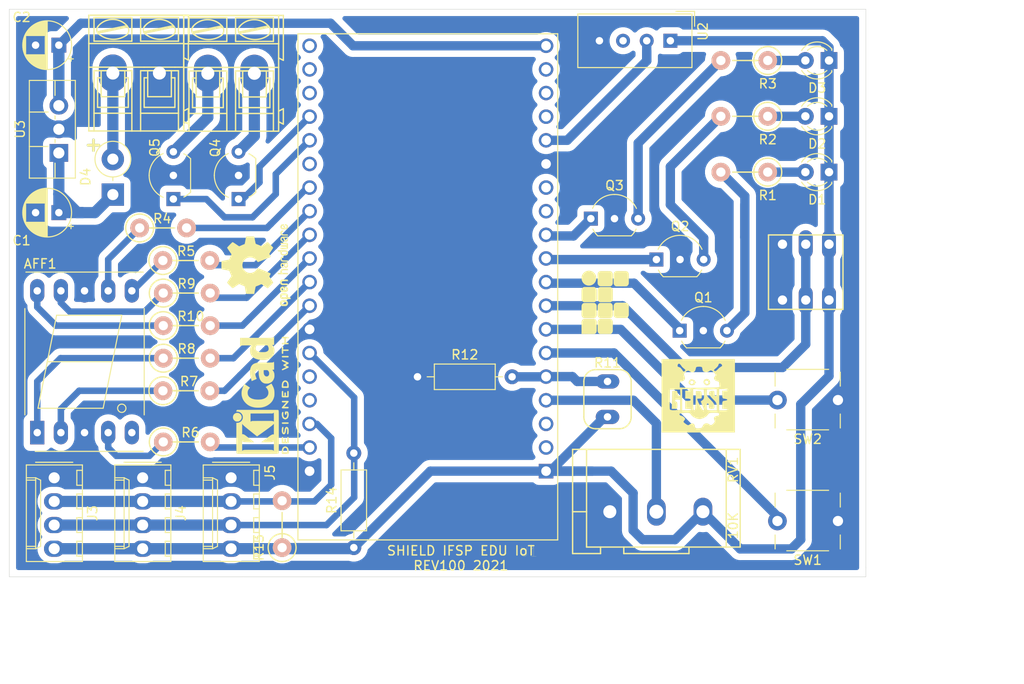
<source format=kicad_pcb>
(kicad_pcb (version 20171130) (host pcbnew 5.1.5+dfsg1-2build2)
  (layers (0 F.Cu signal) (31 B.Cu signal) (34 B.Paste user) (35 F.Paste user) (36 B.SilkS user) (37 F.SilkS user) (38 B.Mask user) (39 F.Mask user) (44 Edge.Cuts user))
  (net 0 "")
  (net 1 "Net-(D1-Pad2)")
  (net 2 +3V3)
  (net 3 "Net-(D2-Pad2)")
  (net 4 "Net-(D3-Pad2)")
  (net 5 Earth)
  (net 6 /GPIO25)
  (net 7 "Net-(Q1-Pad3)")
  (net 8 /GPIO26)
  (net 9 "Net-(Q2-Pad3)")
  (net 10 /GPIO27)
  (net 11 "Net-(Q3-Pad3)")
  (net 12 /ADC1_CH5)
  (net 13 /ADC1_CH6)
  (net 14 /ADC1_CH7)
  (net 15 /ADC1_CH4)
  (net 16 "Net-(U1-Pad38)")
  (net 17 "Net-(U1-Pad37)")
  (net 18 "Net-(U1-Pad36)")
  (net 19 "Net-(U1-Pad24)")
  (net 20 "Net-(U1-Pad23)")
  (net 21 "Net-(U1-Pad18)")
  (net 22 "Net-(U1-Pad17)")
  (net 23 "Net-(U1-Pad16)")
  (net 24 /DHT11)
  (net 25 "Net-(U1-Pad3)")
  (net 26 +5V)
  (net 27 "Net-(U1-Pad2)")
  (net 28 "Net-(U2-Pad3)")
  (net 29 "Net-(U1-Pad13)")
  (net 30 "Net-(U1-Pad12)")
  (net 31 "Net-(C1-Pad1)")
  (net 32 "Net-(D4-Pad2)")
  (net 33 /OUT1)
  (net 34 /OUT2)
  (net 35 "Net-(AFF1-Pad1)")
  (net 36 "Net-(AFF1-Pad2)")
  (net 37 "Net-(AFF1-Pad4)")
  (net 38 "Net-(AFF1-Pad5)")
  (net 39 "Net-(AFF1-Pad6)")
  (net 40 "Net-(AFF1-Pad7)")
  (net 41 "Net-(AFF1-Pad9)")
  (net 42 "Net-(AFF1-Pad10)")
  (net 43 /GPIO23)
  (net 44 /GPIO19)
  (net 45 /GPIO4)
  (net 46 /GPIO16)
  (net 47 /GPIO17)
  (net 48 /GPIO5)
  (net 49 /GPIO18)
  (net 50 /SDA)
  (net 51 /SCL)
  (net 52 "Net-(U1-Pad33)")
  (net 53 /GPIO15)
  (net 54 /GPIO2)
  (net 55 /ADC1_CH3)
  (module MyFootprint:SW_PUSH_x2 (layer F.Cu) (at 178.585 70.72 180)
    (fp_text reference SW3 hide)
    (fp_text value SP6T hide)
    (pad 1 thru_hole oval (at 0 0 180) (size 1.5 3) (drill 1) (layers *.Cu *.Mask) (net 2 +3V3))
    (pad 2 thru_hole oval (at 2.5 0 180) (size 1.5 3) (drill 1) (layers *.Cu *.Mask) (net 12 /ADC1_CH5))
    (pad 3 thru_hole oval (at 5 0 180) (size 1.5 3) (drill 1) (layers *.Cu *.Mask) (net 5 Earth))
    (pad 4 thru_hole oval (at 5 -6 180) (size 1.5 3) (drill 1) (layers *.Cu *.Mask) (net 5 Earth))
    (pad 5 thru_hole oval (at 2.5 -6 180) (size 1.5 3) (drill 1) (layers *.Cu *.Mask) (net 12 /ADC1_CH5))
    (pad 6 thru_hole oval (at 0 -6 180) (size 1.5 3) (drill 1) (layers *.Cu *.Mask) (net 2 +3V3))
  )
  (module MyFootprint:Resistor_Vertical_RM3mm (layer F.Cu) (at 119.845 103.37 90)
    (fp_text reference R13 (at 0.04 -2.5 90) (layer F.SilkS))
    (fp_text value R)
    (pad 2 thru_hole circle (at 5.08 0 90) (size 1.99898 1.99898) (drill 1.00076) (layers *.Cu *.SilkS *.Mask) (net 51 /SCL))
    (pad 1 thru_hole circle (at 0.04064 0 90) (size 1.99898 1.99898) (drill 1.00076) (layers *.Cu *.SilkS *.Mask) (net 2 +3V3))
  )
  (module Resistor_THT:R_Axial_DIN0207_L6.3mm_D2.5mm_P10.16mm_Horizontal (layer F.Cu) (at 127.545 103.33 90)
    (fp_text reference R14 (at 5.08 -2.37 90) (layer F.SilkS))
    (fp_text value R)
    (pad 2 thru_hole oval (at 10.16 0 90) (size 1.6 1.6) (drill 0.8) (layers *.Cu *.Mask) (net 50 /SDA))
    (pad 1 thru_hole circle (at 0 0 90) (size 1.6 1.6) (drill 0.8) (layers *.Cu *.Mask) (net 2 +3V3))
  )
  (module Resistor_THT:R_Axial_DIN0207_L6.3mm_D2.5mm_P10.16mm_Horizontal (layer F.Cu) (at 134.385 84.97)
    (fp_text reference R12 (at 5.08 -2.37) (layer F.SilkS))
    (fp_text value R)
    (pad 2 thru_hole oval (at 10.16 0) (size 1.6 1.6) (drill 0.8) (layers *.Cu *.Mask) (net 13 /ADC1_CH6))
    (pad 1 thru_hole circle (at 0 0) (size 1.6 1.6) (drill 0.8) (layers *.Cu *.Mask) (net 5 Earth))
  )
  (module MyFootprint:LDR3mm (layer F.Cu) (at 154.795 85.47 270)
    (fp_text reference R11 (at -2 0 180) (layer F.SilkS))
    (fp_text value LDR03 hide)
    (pad 2 thru_hole oval (at 3.81 0 270) (size 1.524 2.524) (drill 0.8) (layers *.Cu *.Mask) (net 2 +3V3))
    (pad 1 thru_hole oval (at 0 0 270) (size 1.524 2.524) (drill 0.8) (layers *.Cu *.Mask) (net 13 /ADC1_CH6))
  )
  (module MyFootprint:MODULE_ESP32-DEVKITC-32D (layer F.Cu) (at 135.495 75.35 180)
    (fp_text reference U1 (at -10.829175 -28.446045) (layer F.SilkS) (effects (font (size 1.000386 1.000386) (thickness 0.015))))
    (fp_text value ESP32-DEVKITC-32D)
    (pad 38 thru_hole circle (at 12.7 25.96 180) (size 1.56 1.56) (drill 1.04) (layers *.Cu *.Mask) (net 16 "Net-(U1-Pad38)"))
    (pad 37 thru_hole circle (at 12.7 23.42 180) (size 1.56 1.56) (drill 1.04) (layers *.Cu *.Mask) (net 17 "Net-(U1-Pad37)"))
    (pad 36 thru_hole circle (at 12.7 20.88 180) (size 1.56 1.56) (drill 1.04) (layers *.Cu *.Mask) (net 18 "Net-(U1-Pad36)"))
    (pad 35 thru_hole circle (at 12.7 18.34 180) (size 1.56 1.56) (drill 1.04) (layers *.Cu *.Mask) (net 53 /GPIO15))
    (pad 34 thru_hole circle (at 12.7 15.8 180) (size 1.56 1.56) (drill 1.04) (layers *.Cu *.Mask) (net 54 /GPIO2))
    (pad 33 thru_hole circle (at 12.7 13.26 180) (size 1.56 1.56) (drill 1.04) (layers *.Cu *.Mask) (net 52 "Net-(U1-Pad33)"))
    (pad 32 thru_hole circle (at 12.7 10.72 180) (size 1.56 1.56) (drill 1.04) (layers *.Cu *.Mask) (net 45 /GPIO4))
    (pad 31 thru_hole circle (at 12.7 8.18 180) (size 1.56 1.56) (drill 1.04) (layers *.Cu *.Mask) (net 46 /GPIO16))
    (pad 30 thru_hole circle (at 12.7 5.64 180) (size 1.56 1.56) (drill 1.04) (layers *.Cu *.Mask) (net 47 /GPIO17))
    (pad 29 thru_hole circle (at 12.7 3.1 180) (size 1.56 1.56) (drill 1.04) (layers *.Cu *.Mask) (net 48 /GPIO5))
    (pad 28 thru_hole circle (at 12.7 0.56 180) (size 1.56 1.56) (drill 1.04) (layers *.Cu *.Mask) (net 49 /GPIO18))
    (pad 27 thru_hole circle (at 12.7 -1.98 180) (size 1.56 1.56) (drill 1.04) (layers *.Cu *.Mask) (net 44 /GPIO19))
    (pad 26 thru_hole circle (at 12.7 -4.52 180) (size 1.56 1.56) (drill 1.04) (layers *.Cu *.Mask) (net 5 Earth))
    (pad 25 thru_hole circle (at 12.7 -7.06 180) (size 1.56 1.56) (drill 1.04) (layers *.Cu *.Mask) (net 50 /SDA))
    (pad 24 thru_hole circle (at 12.7 -9.6 180) (size 1.56 1.56) (drill 1.04) (layers *.Cu *.Mask) (net 19 "Net-(U1-Pad24)"))
    (pad 23 thru_hole circle (at 12.7 -12.14 180) (size 1.56 1.56) (drill 1.04) (layers *.Cu *.Mask) (net 20 "Net-(U1-Pad23)"))
    (pad 22 thru_hole circle (at 12.7 -14.68 180) (size 1.56 1.56) (drill 1.04) (layers *.Cu *.Mask) (net 51 /SCL))
    (pad 21 thru_hole circle (at 12.7 -17.22 180) (size 1.56 1.56) (drill 1.04) (layers *.Cu *.Mask) (net 43 /GPIO23))
    (pad 20 thru_hole circle (at 12.7 -19.76 180) (size 1.56 1.56) (drill 1.04) (layers *.Cu *.Mask) (net 5 Earth))
    (pad 18 thru_hole circle (at -12.7 23.42 180) (size 1.56 1.56) (drill 1.04) (layers *.Cu *.Mask) (net 21 "Net-(U1-Pad18)"))
    (pad 17 thru_hole circle (at -12.7 20.88 180) (size 1.56 1.56) (drill 1.04) (layers *.Cu *.Mask) (net 22 "Net-(U1-Pad17)"))
    (pad 16 thru_hole circle (at -12.7 18.34 180) (size 1.56 1.56) (drill 1.04) (layers *.Cu *.Mask) (net 23 "Net-(U1-Pad16)"))
    (pad 15 thru_hole circle (at -12.7 15.8 180) (size 1.56 1.56) (drill 1.04) (layers *.Cu *.Mask) (net 24 /DHT11))
    (pad 14 thru_hole circle (at -12.7 13.26 180) (size 1.56 1.56) (drill 1.04) (layers *.Cu *.Mask) (net 5 Earth))
    (pad 13 thru_hole circle (at -12.7 10.72 180) (size 1.56 1.56) (drill 1.04) (layers *.Cu *.Mask) (net 29 "Net-(U1-Pad13)"))
    (pad 12 thru_hole circle (at -12.7 8.18 180) (size 1.56 1.56) (drill 1.04) (layers *.Cu *.Mask) (net 30 "Net-(U1-Pad12)"))
    (pad 11 thru_hole circle (at -12.7 5.64 180) (size 1.56 1.56) (drill 1.04) (layers *.Cu *.Mask) (net 10 /GPIO27))
    (pad 10 thru_hole circle (at -12.7 3.1 180) (size 1.56 1.56) (drill 1.04) (layers *.Cu *.Mask) (net 8 /GPIO26))
    (pad 9 thru_hole circle (at -12.7 0.56 180) (size 1.56 1.56) (drill 1.04) (layers *.Cu *.Mask) (net 6 /GPIO25))
    (pad 8 thru_hole circle (at -12.7 -1.98 180) (size 1.56 1.56) (drill 1.04) (layers *.Cu *.Mask) (net 12 /ADC1_CH5))
    (pad 7 thru_hole circle (at -12.7 -4.52 180) (size 1.56 1.56) (drill 1.04) (layers *.Cu *.Mask) (net 15 /ADC1_CH4))
    (pad 6 thru_hole circle (at -12.7 -7.06 180) (size 1.56 1.56) (drill 1.04) (layers *.Cu *.Mask) (net 14 /ADC1_CH7))
    (pad 5 thru_hole circle (at -12.7 -9.6 180) (size 1.56 1.56) (drill 1.04) (layers *.Cu *.Mask) (net 13 /ADC1_CH6))
    (pad 4 thru_hole circle (at -12.7 -12.14 180) (size 1.56 1.56) (drill 1.04) (layers *.Cu *.Mask) (net 55 /ADC1_CH3))
    (pad 3 thru_hole circle (at -12.7 -14.68 180) (size 1.56 1.56) (drill 1.04) (layers *.Cu *.Mask) (net 25 "Net-(U1-Pad3)"))
    (pad 19 thru_hole circle (at -12.7 25.96 180) (size 1.56 1.56) (drill 1.04) (layers *.Cu *.Mask) (net 26 +5V))
    (pad 2 thru_hole circle (at -12.7 -17.22 180) (size 1.56 1.56) (drill 1.04) (layers *.Cu *.Mask) (net 27 "Net-(U1-Pad2)"))
    (pad 1 thru_hole rect (at -12.7 -19.76 180) (size 1.56 1.56) (drill 1.04) (layers *.Cu *.Mask) (net 2 +3V3))
  )
  (module Connector_Molex:Molex_KK-254_AE-6410-04A_1x04_P2.54mm_Vertical (layer F.Cu) (at 114.365 95.825 270)
    (fp_text reference J5 (at -0.555 -4.18 90) (layer F.SilkS))
    (fp_text value I2C)
    (pad 4 thru_hole oval (at 7.62 0 270) (size 1.74 2.19) (drill 1.19) (layers *.Cu *.Mask) (net 2 +3V3))
    (pad 3 thru_hole oval (at 5.08 0 270) (size 1.74 2.19) (drill 1.19) (layers *.Cu *.Mask) (net 50 /SDA))
    (pad 2 thru_hole oval (at 2.54 0 270) (size 1.74 2.19) (drill 1.19) (layers *.Cu *.Mask) (net 51 /SCL))
    (pad 1 thru_hole roundrect (at 0 0 270) (size 1.74 2.19) (drill 1.19) (layers *.Cu *.Mask) (roundrect_rratio 0.143678) (net 5 Earth))
  )
  (module Connector_Molex:Molex_KK-254_AE-6410-04A_1x04_P2.54mm_Vertical (layer F.Cu) (at 104.865 95.825 270)
    (fp_text reference J4 (at 3.81 -4.12 90) (layer F.SilkS))
    (fp_text value I2C)
    (pad 4 thru_hole oval (at 7.62 0 270) (size 1.74 2.19) (drill 1.19) (layers *.Cu *.Mask) (net 2 +3V3))
    (pad 3 thru_hole oval (at 5.08 0 270) (size 1.74 2.19) (drill 1.19) (layers *.Cu *.Mask) (net 50 /SDA))
    (pad 2 thru_hole oval (at 2.54 0 270) (size 1.74 2.19) (drill 1.19) (layers *.Cu *.Mask) (net 51 /SCL))
    (pad 1 thru_hole roundrect (at 0 0 270) (size 1.74 2.19) (drill 1.19) (layers *.Cu *.Mask) (roundrect_rratio 0.143678) (net 5 Earth))
  )
  (module Connector_Molex:Molex_KK-254_AE-6410-04A_1x04_P2.54mm_Vertical (layer F.Cu) (at 95.365 95.825 270)
    (fp_text reference J3 (at 3.81 -4.12 90) (layer F.SilkS))
    (fp_text value I2C)
    (pad 4 thru_hole oval (at 7.62 0 270) (size 1.74 2.19) (drill 1.19) (layers *.Cu *.Mask) (net 2 +3V3))
    (pad 3 thru_hole oval (at 5.08 0 270) (size 1.74 2.19) (drill 1.19) (layers *.Cu *.Mask) (net 50 /SDA))
    (pad 2 thru_hole oval (at 2.54 0 270) (size 1.74 2.19) (drill 1.19) (layers *.Cu *.Mask) (net 51 /SCL))
    (pad 1 thru_hole roundrect (at 0 0 270) (size 1.74 2.19) (drill 1.19) (layers *.Cu *.Mask) (roundrect_rratio 0.143678) (net 5 Earth))
  )
  (module Capacitor_THT:CP_Radial_D5.0mm_P2.50mm (layer F.Cu) (at 95.865 67.325 180)
    (fp_text reference C1 (at 4 -3) (layer F.SilkS))
    (fp_text value 10uF)
    (pad 2 thru_hole circle (at 2.5 0 180) (size 1.6 1.6) (drill 0.8) (layers *.Cu *.Mask) (net 5 Earth))
    (pad 1 thru_hole rect (at 0 0 180) (size 1.6 1.6) (drill 0.8) (layers *.Cu *.Mask) (net 31 "Net-(C1-Pad1)"))
  )
  (module Package_TO_SOT_THT:TO-92_Inline_Wide (layer F.Cu) (at 108.165 65.865 90)
    (fp_text reference Q5 (at 5.54 -2 90) (layer F.SilkS))
    (fp_text value BC846)
    (pad 1 thru_hole rect (at 0 0 90) (size 1.5 1.5) (drill 0.8) (layers *.Cu *.Mask) (net 54 /GPIO2))
    (pad 3 thru_hole circle (at 5.08 0 90) (size 1.5 1.5) (drill 0.8) (layers *.Cu *.Mask) (net 33 /OUT1))
    (pad 2 thru_hole circle (at 2.54 0 90) (size 1.5 1.5) (drill 0.8) (layers *.Cu *.Mask) (net 5 Earth))
  )
  (module Package_TO_SOT_THT:TO-92_Inline_Wide (layer F.Cu) (at 115.165 65.865 90)
    (fp_text reference Q4 (at 5.5 -2.5 90) (layer F.SilkS))
    (fp_text value BC846)
    (pad 1 thru_hole rect (at 0 0 90) (size 1.5 1.5) (drill 0.8) (layers *.Cu *.Mask) (net 53 /GPIO15))
    (pad 3 thru_hole circle (at 5.08 0 90) (size 1.5 1.5) (drill 0.8) (layers *.Cu *.Mask) (net 34 /OUT2))
    (pad 2 thru_hole circle (at 2.54 0 90) (size 1.5 1.5) (drill 0.8) (layers *.Cu *.Mask) (net 5 Earth))
  )
  (module Diode_THT:D_DO-15_P3.81mm_Vertical_KathodeUp (layer F.Cu) (at 101.665 65.385 90)
    (fp_text reference D4 (at 1.905 -2.92 90) (layer F.SilkS))
    (fp_text value 1N4007)
    (pad 2 thru_hole oval (at 3.81 0 90) (size 2.4 2.4) (drill 1.2) (layers *.Cu *.Mask) (net 32 "Net-(D4-Pad2)"))
    (pad 1 thru_hole rect (at 0 0 90) (size 2.4 2.4) (drill 1.2) (layers *.Cu *.Mask) (net 31 "Net-(C1-Pad1)"))
  )
  (module MyFootprint:Resistor_Vertical_RM3mm (layer F.Cu) (at 107.04308 79.47)
    (fp_text reference R10 (at 3 -1) (layer F.SilkS))
    (fp_text value 10k)
    (pad 2 thru_hole circle (at 5.08 0) (size 1.99898 1.99898) (drill 1.00076) (layers *.Cu *.SilkS *.Mask) (net 48 /GPIO5))
    (pad 1 thru_hole circle (at 0.04064 0) (size 1.99898 1.99898) (drill 1.00076) (layers *.Cu *.SilkS *.Mask) (net 42 "Net-(AFF1-Pad10)"))
  )
  (module MyFootprint:Resistor_Vertical_RM3mm (layer F.Cu) (at 107.04052 75.97)
    (fp_text reference R9 (at 2.54064 -1) (layer F.SilkS))
    (fp_text value 10k)
    (pad 2 thru_hole circle (at 5.08 0) (size 1.99898 1.99898) (drill 1.00076) (layers *.Cu *.SilkS *.Mask) (net 47 /GPIO17))
    (pad 1 thru_hole circle (at 0.04064 0) (size 1.99898 1.99898) (drill 1.00076) (layers *.Cu *.SilkS *.Mask) (net 41 "Net-(AFF1-Pad9)"))
  )
  (module MyFootprint:Resistor_Vertical_RM3mm (layer F.Cu) (at 107.04372 82.97)
    (fp_text reference R8 (at 2.54064 -1) (layer F.SilkS))
    (fp_text value 10k)
    (pad 2 thru_hole circle (at 5.08 0) (size 1.99898 1.99898) (drill 1.00076) (layers *.Cu *.SilkS *.Mask) (net 49 /GPIO18))
    (pad 1 thru_hole circle (at 0.04064 0) (size 1.99898 1.99898) (drill 1.00076) (layers *.Cu *.SilkS *.Mask) (net 35 "Net-(AFF1-Pad1)"))
  )
  (module MyFootprint:Resistor_Vertical_RM3mm (layer F.Cu) (at 107.00436 86.47)
    (fp_text reference R7 (at 2.84 -1) (layer F.SilkS))
    (fp_text value 10k)
    (pad 2 thru_hole circle (at 5.08 0) (size 1.99898 1.99898) (drill 1.00076) (layers *.Cu *.SilkS *.Mask) (net 44 /GPIO19))
    (pad 1 thru_hole circle (at 0.04064 0) (size 1.99898 1.99898) (drill 1.00076) (layers *.Cu *.SilkS *.Mask) (net 36 "Net-(AFF1-Pad2)"))
  )
  (module MyFootprint:Resistor_Vertical_RM3mm (layer F.Cu) (at 107.04308 91.97)
    (fp_text reference R6 (at 2.96 -1) (layer F.SilkS))
    (fp_text value 10k)
    (pad 2 thru_hole circle (at 5.08 0) (size 1.99898 1.99898) (drill 1.00076) (layers *.Cu *.SilkS *.Mask) (net 43 /GPIO23))
    (pad 1 thru_hole circle (at 0.04064 0) (size 1.99898 1.99898) (drill 1.00076) (layers *.Cu *.SilkS *.Mask) (net 37 "Net-(AFF1-Pad4)"))
  )
  (module MyFootprint:Resistor_Vertical_RM3mm (layer F.Cu) (at 106.99796 72.47)
    (fp_text reference R5 (at 2.54064 -1) (layer F.SilkS))
    (fp_text value 10k)
    (pad 2 thru_hole circle (at 5.08 0) (size 1.99898 1.99898) (drill 1.00076) (layers *.Cu *.SilkS *.Mask) (net 46 /GPIO16))
    (pad 1 thru_hole circle (at 0.04064 0) (size 1.99898 1.99898) (drill 1.00076) (layers *.Cu *.SilkS *.Mask) (net 39 "Net-(AFF1-Pad6)"))
  )
  (module MyFootprint:Resistor_Vertical_RM3mm (layer F.Cu) (at 104.50436 68.97)
    (fp_text reference R4 (at 2.46 -1) (layer F.SilkS))
    (fp_text value 10k)
    (pad 2 thru_hole circle (at 5.08 0) (size 1.99898 1.99898) (drill 1.00076) (layers *.Cu *.SilkS *.Mask) (net 45 /GPIO4))
    (pad 1 thru_hole circle (at 0.04064 0) (size 1.99898 1.99898) (drill 1.00076) (layers *.Cu *.SilkS *.Mask) (net 40 "Net-(AFF1-Pad7)"))
  )
  (module Display_7Segment:7SegmentLED_LTS6760_LTS6780 (layer F.Cu) (at 93.545 90.97 90)
    (fp_text reference AFF1 (at 18.145 0.32 180) (layer F.SilkS))
    (fp_text value LTS-6960HR)
    (pad 1 thru_hole rect (at 0 0) (size 1.524 2.524) (drill 0.8) (layers *.Cu *.Mask) (net 35 "Net-(AFF1-Pad1)"))
    (pad 2 thru_hole oval (at 0 2.54) (size 1.524 2.524) (drill 0.8) (layers *.Cu *.Mask) (net 36 "Net-(AFF1-Pad2)"))
    (pad 3 thru_hole oval (at 0 5.08) (size 1.524 2.524) (drill 0.8) (layers *.Cu *.Mask) (net 5 Earth))
    (pad 4 thru_hole oval (at 0 7.62) (size 1.524 2.524) (drill 0.8) (layers *.Cu *.Mask) (net 37 "Net-(AFF1-Pad4)"))
    (pad 5 thru_hole oval (at 0 10.16) (size 1.524 2.524) (drill 0.8) (layers *.Cu *.Mask) (net 38 "Net-(AFF1-Pad5)"))
    (pad 6 thru_hole oval (at 15.24 10.16) (size 1.524 2.524) (drill 0.8) (layers *.Cu *.Mask) (net 39 "Net-(AFF1-Pad6)"))
    (pad 7 thru_hole oval (at 15.24 7.62) (size 1.524 2.524) (drill 0.8) (layers *.Cu *.Mask) (net 40 "Net-(AFF1-Pad7)"))
    (pad 8 thru_hole oval (at 15.24 5.08) (size 1.524 2.524) (drill 0.8) (layers *.Cu *.Mask) (net 5 Earth))
    (pad 9 thru_hole oval (at 15.24 2.54) (size 1.524 2.524) (drill 0.8) (layers *.Cu *.Mask) (net 41 "Net-(AFF1-Pad9)"))
    (pad 10 thru_hole oval (at 15.24 0) (size 1.524 2.524) (drill 0.8) (layers *.Cu *.Mask) (net 42 "Net-(AFF1-Pad10)"))
  )
  (module Package_TO_SOT_THT:TO-220F-3_Vertical (layer F.Cu) (at 95.865 60.905 90)
    (fp_text reference U3 (at 2.54 -4.1675 90) (layer F.SilkS))
    (fp_text value L7805)
    (pad 3 thru_hole oval (at 5.08 0 90) (size 1.905 2) (drill 1.2) (layers *.Cu *.Mask) (net 26 +5V))
    (pad 2 thru_hole oval (at 2.54 0 90) (size 1.905 2) (drill 1.2) (layers *.Cu *.Mask) (net 5 Earth))
    (pad 1 thru_hole rect (at 0 0 90) (size 1.905 2) (drill 1.2) (layers *.Cu *.Mask) (net 31 "Net-(C1-Pad1)"))
  )
  (module MyFootprint:AK300-2 (layer F.Cu) (at 111.865 52.35)
    (fp_text reference J2 hide)
    (fp_text value OUT hide)
    (pad 2 thru_hole oval (at 5 0) (size 3 4) (drill 1.4) (layers *.Cu *.Mask) (net 34 /OUT2))
    (pad 1 thru_hole oval (at 0 0) (size 3 4) (drill 1.4) (layers *.Cu *.Mask) (net 33 /OUT1))
  )
  (module MyFootprint:AK300-2 (layer F.Cu) (at 101.665 52.325)
    (fp_text reference J1 hide)
    (fp_text value VIM hide)
    (pad 1 thru_hole oval (at 0 0) (size 3 4) (drill 1.4) (layers *.Cu *.Mask) (net 32 "Net-(D4-Pad2)"))
    (pad 2 thru_hole oval (at 5 0) (size 3 4) (drill 1.4) (layers *.Cu *.Mask) (net 5 Earth))
  )
  (module Capacitor_THT:CP_Radial_D5.0mm_P2.50mm (layer F.Cu) (at 95.865 49.325 180)
    (fp_text reference C2 (at 4 3) (layer F.SilkS))
    (fp_text value 1uF)
    (pad 2 thru_hole circle (at 2.5 0 180) (size 1.6 1.6) (drill 0.8) (layers *.Cu *.Mask) (net 5 Earth))
    (pad 1 thru_hole rect (at 0 0 180) (size 1.6 1.6) (drill 0.8) (layers *.Cu *.Mask) (net 26 +5V))
  )
  (module Symbol:OSHW-Logo2_9.8x8mm_SilkScreen (layer F.Cu) (at 117.045 72.97 90)
    (fp_text reference REF** hide)
    (fp_text value OSHW-Logo2_9.8x8mm_SilkScreen hide)
  )
  (module MyFootprint:Resistor_Vertical_RM3mm (layer F.Cu) (at 172.045 56.97 180)
    (fp_text reference R2 (at 0.04 -2.5) (layer F.SilkS))
    (fp_text value 330)
    (pad 2 thru_hole circle (at 5.08 0 180) (size 1.99898 1.99898) (drill 1.00076) (layers *.Cu *.SilkS *.Mask) (net 9 "Net-(Q2-Pad3)"))
    (pad 1 thru_hole circle (at 0.04064 0 180) (size 1.99898 1.99898) (drill 1.00076) (layers *.Cu *.SilkS *.Mask) (net 3 "Net-(D2-Pad2)"))
  )
  (module MyFootprint:Resistor_Vertical_RM3mm (layer F.Cu) (at 172.045 62.97 180)
    (fp_text reference R1 (at 0.04 -2.5) (layer F.SilkS))
    (fp_text value 330)
    (pad 2 thru_hole circle (at 5.08 0 180) (size 1.99898 1.99898) (drill 1.00076) (layers *.Cu *.SilkS *.Mask) (net 7 "Net-(Q1-Pad3)"))
    (pad 1 thru_hole circle (at 0.04064 0 180) (size 1.99898 1.99898) (drill 1.00076) (layers *.Cu *.SilkS *.Mask) (net 1 "Net-(D1-Pad2)"))
  )
  (module Symbol:KiCad-Logo2_5mm_SilkScreen (layer F.Cu) (at 117.545 86.97 90)
    (fp_text reference REF** hide)
    (fp_text value KiCad-Logo2_5mm_SilkScreen hide)
  )
  (module MyFootprint:LOGO2 (layer F.Cu) (at 164.585 86.97)
    (fp_text reference G*** hide)
    (fp_text value LOGO hide)
  )
  (module MyFootprint:Logo-IFSP (layer F.Cu) (at 154.545 76.97)
    (fp_text reference G*** hide)
    (fp_text value LOGO hide)
  )
  (module LED_THT:LED_D3.0mm (layer F.Cu) (at 178.585 50.97 180)
    (fp_text reference D3 (at 1.27 -2.96) (layer F.SilkS))
    (fp_text value LED_ALT)
    (pad 2 thru_hole circle (at 2.54 0 180) (size 1.8 1.8) (drill 0.9) (layers *.Cu *.Mask) (net 4 "Net-(D3-Pad2)"))
    (pad 1 thru_hole rect (at 0 0 180) (size 1.8 1.8) (drill 0.9) (layers *.Cu *.Mask) (net 2 +3V3))
  )
  (module LED_THT:LED_D3.0mm (layer F.Cu) (at 178.585 56.97 180)
    (fp_text reference D2 (at 1.27 -2.96) (layer F.SilkS))
    (fp_text value LED_ALT)
    (pad 2 thru_hole circle (at 2.54 0 180) (size 1.8 1.8) (drill 0.9) (layers *.Cu *.Mask) (net 3 "Net-(D2-Pad2)"))
    (pad 1 thru_hole rect (at 0 0 180) (size 1.8 1.8) (drill 0.9) (layers *.Cu *.Mask) (net 2 +3V3))
  )
  (module LED_THT:LED_D3.0mm (layer F.Cu) (at 178.585 62.97 180)
    (fp_text reference D1 (at 1.27 -2.96) (layer F.SilkS))
    (fp_text value LED_ALT)
    (pad 2 thru_hole circle (at 2.54 0 180) (size 1.8 1.8) (drill 0.9) (layers *.Cu *.Mask) (net 1 "Net-(D1-Pad2)"))
    (pad 1 thru_hole rect (at 0 0 180) (size 1.8 1.8) (drill 0.9) (layers *.Cu *.Mask) (net 2 +3V3))
  )
  (module Package_TO_SOT_THT:TO-92_Inline_Wide (layer F.Cu) (at 160.045 72.365)
    (fp_text reference Q2 (at 2.54 -3.56) (layer F.SilkS))
    (fp_text value BC846)
    (pad 1 thru_hole rect (at 0 0) (size 1.5 1.5) (drill 0.8) (layers *.Cu *.Mask) (net 8 /GPIO26))
    (pad 3 thru_hole circle (at 5.08 0) (size 1.5 1.5) (drill 0.8) (layers *.Cu *.Mask) (net 9 "Net-(Q2-Pad3)"))
    (pad 2 thru_hole circle (at 2.54 0) (size 1.5 1.5) (drill 0.8) (layers *.Cu *.Mask) (net 5 Earth))
  )
  (module MyFootprint:Resistor_Vertical_RM3mm (layer F.Cu) (at 172.0482 50.97 180)
    (fp_text reference R3 (at 0.04 -2.5) (layer F.SilkS))
    (fp_text value 330)
    (pad 2 thru_hole circle (at 5.08 0 180) (size 1.99898 1.99898) (drill 1.00076) (layers *.Cu *.SilkS *.Mask) (net 11 "Net-(Q3-Pad3)"))
    (pad 1 thru_hole circle (at 0.04064 0 180) (size 1.99898 1.99898) (drill 1.00076) (layers *.Cu *.SilkS *.Mask) (net 4 "Net-(D3-Pad2)"))
  )
  (module Sensor:Aosong_DHT11_5.5x12.0_P2.54mm (layer F.Cu) (at 161.545 48.85 270)
    (fp_text reference U2 (at -1 -3.5 90) (layer F.SilkS))
    (fp_text value DHT11)
    (pad 4 thru_hole circle (at 0 7.62 270) (size 1.5 1.5) (drill 0.8) (layers *.Cu *.Mask) (net 5 Earth))
    (pad 3 thru_hole circle (at 0 5.08 270) (size 1.5 1.5) (drill 0.8) (layers *.Cu *.Mask) (net 28 "Net-(U2-Pad3)"))
    (pad 2 thru_hole circle (at 0 2.54 270) (size 1.5 1.5) (drill 0.8) (layers *.Cu *.Mask) (net 24 /DHT11))
    (pad 1 thru_hole rect (at 0 0 270) (size 1.5 1.5) (drill 0.8) (layers *.Cu *.Mask) (net 2 +3V3))
  )
  (module MyFootprint:SW_PUSH_6mm_2P (layer F.Cu) (at 179.545 87.47 180)
    (fp_text reference SW2 (at 3.25 -4.2) (layer F.SilkS))
    (fp_text value SW_Push)
    (pad 1 thru_hole circle (at 0 0 270) (size 2 2) (drill 1.1) (layers *.Cu *.Mask) (net 5 Earth))
    (pad 2 thru_hole circle (at 6.5 0 270) (size 2 2) (drill 1.1) (layers *.Cu *.Mask) (net 15 /ADC1_CH4))
  )
  (module MyFootprint:SW_PUSH_6mm_2P (layer F.Cu) (at 179.545 100.47 180)
    (fp_text reference SW1 (at 3.25 -4.2) (layer F.SilkS))
    (fp_text value SW_Push)
    (pad 1 thru_hole circle (at 0 0 270) (size 2 2) (drill 1.1) (layers *.Cu *.Mask) (net 5 Earth))
    (pad 2 thru_hole circle (at 6.5 0 270) (size 2 2) (drill 1.1) (layers *.Cu *.Mask) (net 14 /ADC1_CH7))
  )
  (module MyFootprint:Potentiometer_Alps-RK16-single_largePads (layer F.Cu) (at 165.045 99.47 270)
    (fp_text reference RV1 (at -4.5 -3.25 270) (layer F.SilkS))
    (fp_text value 10K (at 1.5 -3.25 90) (layer F.SilkS))
    (pad 2 thru_hole oval (at 0 5.00126 270) (size 3 2) (drill 1.5) (layers *.Cu *.Mask) (net 55 /ADC1_CH3))
    (pad 3 thru_hole oval (at 0 10.00252 270) (size 3 2) (drill 1.4) (layers *.Cu *.Mask) (net 5 Earth))
    (pad 1 thru_hole oval (at 0 0 270) (size 3 2) (drill 1.4) (layers *.Cu *.Mask) (net 2 +3V3))
  )
  (module Package_TO_SOT_THT:TO-92_Inline_Wide (layer F.Cu) (at 153.005 67.97)
    (fp_text reference Q3 (at 2.54 -3.56) (layer F.SilkS))
    (fp_text value BC846)
    (pad 1 thru_hole rect (at 0 0) (size 1.5 1.5) (drill 0.8) (layers *.Cu *.Mask) (net 10 /GPIO27))
    (pad 3 thru_hole circle (at 5.08 0) (size 1.5 1.5) (drill 0.8) (layers *.Cu *.Mask) (net 11 "Net-(Q3-Pad3)"))
    (pad 2 thru_hole circle (at 2.54 0) (size 1.5 1.5) (drill 0.8) (layers *.Cu *.Mask) (net 5 Earth))
  )
  (module Package_TO_SOT_THT:TO-92_Inline_Wide (layer F.Cu) (at 162.545 80.01)
    (fp_text reference Q1 (at 2.54 -3.56) (layer F.SilkS))
    (fp_text value BC846)
    (pad 1 thru_hole rect (at 0 0) (size 1.5 1.5) (drill 0.8) (layers *.Cu *.Mask) (net 6 /GPIO25))
    (pad 3 thru_hole circle (at 5.08 0) (size 1.5 1.5) (drill 0.8) (layers *.Cu *.Mask) (net 7 "Net-(Q1-Pad3)"))
    (pad 2 thru_hole circle (at 2.54 0) (size 1.5 1.5) (drill 0.8) (layers *.Cu *.Mask) (net 5 Earth))
  )
  (gr_text + (at 99.585 59.97) (layer F.SilkS) (effects (font (size 1.5 1.5) (thickness 0.3)) (justify mirror)))
  (gr_text + (at 99.585 59.97) (layer B.Cu) (effects (font (size 1.5 1.5) (thickness 0.3)) (justify mirror)))
  (gr_line (start 90.545 106.47) (end 115.545 106.47) (layer Edge.Cuts) (width 0.05))
  (gr_line (start 90.545 45.47) (end 90.545 106.47) (layer Edge.Cuts) (width 0.05))
  (gr_line (start 115.545 45.47) (end 90.545 45.47) (layer Edge.Cuts) (width 0.05))
  (gr_text "SHIELD IFSP EDU IoT\nREV100 2021" (at 139.045 104.47) (layer F.SilkS) (effects (font (size 1 1))))
  (gr_line (start 182.545 106.47) (end 115.545 106.47) (layer Edge.Cuts) (width 0.05))
  (gr_line (start 182.545 105.47) (end 182.545 106.47) (layer Edge.Cuts) (width 0.05))
  (gr_line (start 182.545 45.47) (end 182.545 105.47) (layer Edge.Cuts) (width 0.05))
  (gr_line (start 181.545 45.47) (end 182.545 45.47) (layer Edge.Cuts) (width 0.05))
  (gr_line (start 115.545 45.47) (end 118.545 45.47) (layer Edge.Cuts) (width 0.05))
  (gr_line (start 181.545 45.47) (end 118.545 45.47) (layer Edge.Cuts) (width 0.05))
  (segment (start 172.00436 62.97) (end 176.045 62.97) (width 1) (layer B.Cu) (net 1))
  (segment (start 178.585 50.97) (end 178.585 49.57) (width 1) (layer B.Cu) (net 2))
  (segment (start 178.585 49.57) (end 177.865 48.85) (width 1) (layer B.Cu) (net 2))
  (segment (start 161.545 48.85) (end 177.865 48.85) (width 1) (layer B.Cu) (net 2))
  (segment (start 95.365 103.445) (end 114.365 103.445) (width 1.2) (layer B.Cu) (net 2))
  (segment (start 119.72936 103.445) (end 119.845 103.32936) (width 1) (layer B.Cu) (net 2))
  (segment (start 114.365 103.445) (end 119.72936 103.445) (width 1) (layer B.Cu) (net 2))
  (segment (start 127.54436 103.32936) (end 127.545 103.33) (width 1) (layer B.Cu) (net 2))
  (segment (start 119.845 103.32936) (end 127.54436 103.32936) (width 1) (layer B.Cu) (net 2))
  (segment (start 127.43 103.445) (end 127.545 103.33) (width 1.2) (layer B.Cu) (net 2))
  (segment (start 95.365 103.445) (end 127.43 103.445) (width 1.2) (layer B.Cu) (net 2))
  (segment (start 127.545 103.33) (end 133.045 97.83) (width 1) (layer B.Cu) (net 2))
  (segment (start 135.765 95.11) (end 133.045 97.83) (width 1) (layer B.Cu) (net 2))
  (segment (start 148.195 95.11) (end 135.765 95.11) (width 1) (layer B.Cu) (net 2))
  (segment (start 148.195 95.11) (end 151.215 95.11) (width 1) (layer B.Cu) (net 2))
  (segment (start 148.195 95.11) (end 151.185 95.11) (width 0.7) (layer B.Cu) (net 2))
  (segment (start 148.195 95.11) (end 153.185 95.11) (width 1) (layer B.Cu) (net 2))
  (segment (start 148.195 95.11) (end 155.185 95.11) (width 1) (layer B.Cu) (net 2))
  (segment (start 155.185 95.11) (end 157.545 97.47) (width 1) (layer B.Cu) (net 2))
  (segment (start 157.545 97.47) (end 157.545 101.47) (width 1) (layer B.Cu) (net 2))
  (segment (start 157.545 101.47) (end 158.545 102.47) (width 1) (layer B.Cu) (net 2))
  (segment (start 162.045 102.47) (end 165.045 99.47) (width 1) (layer B.Cu) (net 2))
  (segment (start 158.545 102.47) (end 162.045 102.47) (width 1) (layer B.Cu) (net 2))
  (segment (start 148.195 95.11) (end 148.655 95.11) (width 1) (layer B.Cu) (net 2))
  (segment (start 154.485 89.28) (end 154.795 89.28) (width 1) (layer B.Cu) (net 2))
  (segment (start 148.655 95.11) (end 154.485 89.28) (width 1) (layer B.Cu) (net 2))
  (segment (start 178.585 62.97) (end 178.585 50.97) (width 1) (layer B.Cu) (net 2))
  (segment (start 169.045 103.47) (end 165.045 99.47) (width 1) (layer B.Cu) (net 2))
  (segment (start 175.545 102.47) (end 174.545 103.47) (width 1) (layer B.Cu) (net 2))
  (segment (start 174.545 103.47) (end 169.045 103.47) (width 1) (layer B.Cu) (net 2))
  (segment (start 178.295 63.26) (end 178.585 62.97) (width 1) (layer B.Cu) (net 2))
  (segment (start 178.585 76.72) (end 178.585 62.97) (width 1) (layer B.Cu) (net 2))
  (segment (start 178.585 84.89) (end 175.545 87.93) (width 1) (layer B.Cu) (net 2))
  (segment (start 178.585 76.72) (end 178.585 84.89) (width 1) (layer B.Cu) (net 2))
  (segment (start 175.545 87.93) (end 175.545 102.47) (width 1) (layer B.Cu) (net 2))
  (segment (start 172.00436 56.97) (end 176.045 56.97) (width 1) (layer B.Cu) (net 3))
  (segment (start 172.00756 50.97) (end 176.045 50.97) (width 1) (layer B.Cu) (net 4))
  (segment (start 162.54 72.37) (end 162.545 72.365) (width 1) (layer B.Cu) (net 5))
  (segment (start 108.165 63.325) (end 115.165 63.325) (width 1.2) (layer B.Cu) (net 5))
  (segment (start 173.585 76.72) (end 173.585 70.72) (width 1) (layer B.Cu) (net 5))
  (segment (start 148.195 74.91) (end 156.445 74.91) (width 1) (layer B.Cu) (net 6))
  (segment (start 162.545 79.81) (end 157.645 74.91) (width 1) (layer B.Cu) (net 6))
  (segment (start 162.545 80.01) (end 162.545 79.81) (width 1) (layer B.Cu) (net 6))
  (segment (start 157.645 74.91) (end 156.445 74.91) (width 1) (layer B.Cu) (net 6))
  (segment (start 169.545 78.09) (end 167.625 80.01) (width 1) (layer B.Cu) (net 7))
  (segment (start 169.545 69.97) (end 169.545 65.55) (width 1) (layer B.Cu) (net 7))
  (segment (start 169.545 69.97) (end 169.545 78.09) (width 1) (layer B.Cu) (net 7))
  (segment (start 169.545 65.55) (end 166.965 62.97) (width 1) (layer B.Cu) (net 7))
  (segment (start 169.545 66.47) (end 169.545 69.97) (width 1) (layer B.Cu) (net 7))
  (segment (start 160.04 72.37) (end 160.045 72.365) (width 1) (layer B.Cu) (net 8))
  (segment (start 148.195 72.37) (end 160.04 72.37) (width 1) (layer B.Cu) (net 8))
  (segment (start 166.965 56.97) (end 161.545 62.39) (width 1) (layer B.Cu) (net 9))
  (segment (start 161.545 62.39) (end 161.545 66.47) (width 1) (layer B.Cu) (net 9))
  (segment (start 161.545 66.47) (end 165.125 70.05) (width 1) (layer B.Cu) (net 9))
  (segment (start 165.125 70.05) (end 165.125 72.365) (width 1) (layer B.Cu) (net 9))
  (segment (start 151.145 69.83) (end 153.005 67.97) (width 1) (layer B.Cu) (net 10))
  (segment (start 148.195 69.83) (end 151.145 69.83) (width 1) (layer B.Cu) (net 10))
  (segment (start 158.085 67.97) (end 158.085 59.8532) (width 1) (layer B.Cu) (net 11))
  (segment (start 158.085 59.8532) (end 166.9682 50.97) (width 1) (layer B.Cu) (net 11))
  (segment (start 176.085 76.72) (end 176.085 70.72) (width 1) (layer B.Cu) (net 12))
  (segment (start 156.405 77.33) (end 148.195 77.33) (width 1) (layer B.Cu) (net 12))
  (segment (start 163.045 83.97) (end 156.405 77.33) (width 1) (layer B.Cu) (net 12))
  (segment (start 173.585 83.97) (end 163.045 83.97) (width 1) (layer B.Cu) (net 12))
  (segment (start 176.085 81.47) (end 173.585 83.97) (width 1) (layer B.Cu) (net 12))
  (segment (start 176.085 76.72) (end 176.085 81.47) (width 1) (layer B.Cu) (net 12))
  (segment (start 148.175 84.97) (end 148.195 84.95) (width 1) (layer B.Cu) (net 13))
  (segment (start 144.545 84.97) (end 148.175 84.97) (width 1) (layer B.Cu) (net 13))
  (segment (start 151.545 85.47) (end 151.025 84.95) (width 1) (layer B.Cu) (net 13))
  (segment (start 154.795 85.47) (end 151.545 85.47) (width 1) (layer B.Cu) (net 13))
  (segment (start 148.195 84.95) (end 151.025 84.95) (width 1) (layer B.Cu) (net 13))
  (segment (start 148.195 82.41) (end 155.485 82.41) (width 1) (layer B.Cu) (net 14))
  (segment (start 155.485 82.41) (end 160.92 87.845) (width 1) (layer B.Cu) (net 14))
  (segment (start 173.045 99.97) (end 173.045 100.47) (width 1) (layer B.Cu) (net 14))
  (segment (start 155.485 82.41) (end 173.045 99.97) (width 1) (layer B.Cu) (net 14))
  (segment (start 148.195 79.87) (end 156.195 79.87) (width 1) (layer B.Cu) (net 15))
  (segment (start 163.795 87.47) (end 156.195 79.87) (width 1) (layer B.Cu) (net 15))
  (segment (start 173.045 87.47) (end 163.795 87.47) (width 1) (layer B.Cu) (net 15))
  (segment (start 148.195 59.55) (end 150.465 59.55) (width 1) (layer B.Cu) (net 24))
  (segment (start 159.005 51.01) (end 159.005 49.97) (width 1) (layer B.Cu) (net 24))
  (segment (start 150.465 59.55) (end 159.005 51.01) (width 1) (layer B.Cu) (net 24))
  (segment (start 159.005 48.85) (end 159.005 51.01) (width 1) (layer B.Cu) (net 24))
  (segment (start 95.865 50.85) (end 95.865 49.15) (width 1.2) (layer B.Cu) (net 26))
  (segment (start 95.865 54.745) (end 95.865 49.325) (width 1.2) (layer B.Cu) (net 26))
  (segment (start 95.865 55.825) (end 95.865 49.325) (width 1.2) (layer B.Cu) (net 26))
  (segment (start 98.22 46.97) (end 95.865 49.325) (width 1) (layer B.Cu) (net 26))
  (segment (start 127.465 49.39) (end 125.045 46.97) (width 1) (layer B.Cu) (net 26))
  (segment (start 125.045 46.97) (end 98.22 46.97) (width 1) (layer B.Cu) (net 26))
  (segment (start 148.195 49.39) (end 127.465 49.39) (width 1) (layer B.Cu) (net 26))
  (segment (start 101.725 65.325) (end 101.665 65.385) (width 1.2) (layer B.Cu) (net 31))
  (segment (start 101.665 65.385) (end 101.425 65.385) (width 1.2) (layer B.Cu) (net 31))
  (segment (start 99.725 67.325) (end 101.665 65.385) (width 1.2) (layer B.Cu) (net 31))
  (segment (start 97.865 67.325) (end 95.865 65.325) (width 1.2) (layer B.Cu) (net 31))
  (segment (start 98.365 67.325) (end 97.865 67.325) (width 1.2) (layer B.Cu) (net 31))
  (segment (start 95.865 65.325) (end 95.865 60.905) (width 1.2) (layer B.Cu) (net 31))
  (segment (start 95.865 67.325) (end 95.865 65.325) (width 1.2) (layer B.Cu) (net 31))
  (segment (start 95.865 67.325) (end 98.365 67.325) (width 1.2) (layer B.Cu) (net 31))
  (segment (start 98.365 67.325) (end 99.725 67.325) (width 1.2) (layer B.Cu) (net 31))
  (segment (start 101.665 61.575) (end 101.665 52.325) (width 1.2) (layer B.Cu) (net 32))
  (segment (start 111.865 57.085) (end 108.165 60.785) (width 1.2) (layer B.Cu) (net 33))
  (segment (start 111.865 52.35) (end 111.865 57.085) (width 1.2) (layer B.Cu) (net 33))
  (segment (start 116.865 59.085) (end 115.165 60.785) (width 1.2) (layer B.Cu) (net 34))
  (segment (start 116.865 52.35) (end 116.865 59.085) (width 1.2) (layer B.Cu) (net 34))
  (segment (start 93.545 90.97) (end 93.545 85.47) (width 0.7) (layer B.Cu) (net 35))
  (segment (start 96.045 82.97) (end 107.08436 82.97) (width 0.7) (layer B.Cu) (net 35))
  (segment (start 93.545 85.47) (end 96.045 82.97) (width 0.7) (layer B.Cu) (net 35))
  (segment (start 107.045 86.47) (end 98.045 86.47) (width 0.7) (layer B.Cu) (net 36))
  (segment (start 96.085 88.43) (end 96.085 90.97) (width 0.7) (layer B.Cu) (net 36))
  (segment (start 98.045 86.47) (end 96.085 88.43) (width 0.7) (layer B.Cu) (net 36))
  (segment (start 101.165 92.59) (end 101.165 90.97) (width 0.7) (layer B.Cu) (net 37))
  (segment (start 102.045 93.47) (end 101.165 92.59) (width 0.7) (layer B.Cu) (net 37))
  (segment (start 105.58372 93.47) (end 102.045 93.47) (width 0.7) (layer B.Cu) (net 37))
  (segment (start 107.08372 91.97) (end 105.58372 93.47) (width 0.7) (layer B.Cu) (net 37))
  (segment (start 103.7786 75.73) (end 107.0386 72.47) (width 0.7) (layer B.Cu) (net 39))
  (segment (start 103.705 75.73) (end 103.7786 75.73) (width 0.7) (layer B.Cu) (net 39))
  (segment (start 101.165 72.35) (end 104.545 68.97) (width 0.7) (layer B.Cu) (net 40))
  (segment (start 101.165 75.73) (end 101.165 72.35) (width 0.7) (layer B.Cu) (net 40))
  (segment (start 96.085 77.01) (end 96.085 75.73) (width 0.7) (layer B.Cu) (net 41))
  (segment (start 97.045 77.97) (end 96.085 77.01) (width 0.7) (layer B.Cu) (net 41))
  (segment (start 105.08116 77.97) (end 97.045 77.97) (width 0.7) (layer B.Cu) (net 41))
  (segment (start 107.08116 75.97) (end 105.08116 77.97) (width 0.7) (layer B.Cu) (net 41))
  (segment (start 107.08372 79.47) (end 95.545 79.47) (width 0.7) (layer B.Cu) (net 42))
  (segment (start 93.545 77.47) (end 93.545 75.73) (width 0.7) (layer B.Cu) (net 42))
  (segment (start 95.545 79.47) (end 93.545 77.47) (width 0.7) (layer B.Cu) (net 42))
  (segment (start 112.72308 92.57) (end 112.12308 91.97) (width 0.7) (layer B.Cu) (net 43))
  (segment (start 122.795 92.57) (end 112.72308 92.57) (width 0.7) (layer B.Cu) (net 43))
  (segment (start 113.655 86.47) (end 115.35 84.775) (width 0.7) (layer B.Cu) (net 44))
  (segment (start 112.08436 86.47) (end 113.655 86.47) (width 0.7) (layer B.Cu) (net 44))
  (segment (start 122.795 77.33) (end 115.35 84.775) (width 0.7) (layer B.Cu) (net 44))
  (segment (start 122.56 64.63) (end 122.795 64.63) (width 0.7) (layer B.Cu) (net 45))
  (segment (start 109.58436 68.97) (end 118.22 68.97) (width 0.7) (layer B.Cu) (net 45))
  (segment (start 118.6325 68.5575) (end 122.56 64.63) (width 0.7) (layer B.Cu) (net 45))
  (segment (start 118.22 68.97) (end 118.6325 68.5575) (width 0.7) (layer B.Cu) (net 45))
  (segment (start 116.995 72.97) (end 119.02 70.945) (width 0.7) (layer B.Cu) (net 46))
  (segment (start 112.0818 72.97) (end 116.995 72.97) (width 0.7) (layer B.Cu) (net 46))
  (segment (start 122.795 67.17) (end 119.02 70.945) (width 0.7) (layer B.Cu) (net 46))
  (segment (start 112.12308 76.47) (end 116.035 76.47) (width 0.7) (layer B.Cu) (net 47))
  (segment (start 116.035 76.47) (end 118.54 73.965) (width 0.7) (layer B.Cu) (net 47))
  (segment (start 122.795 69.71) (end 118.54 73.965) (width 0.7) (layer B.Cu) (net 47))
  (segment (start 115.575 79.47) (end 116.31 78.735) (width 0.7) (layer B.Cu) (net 48))
  (segment (start 112.12308 79.47) (end 115.575 79.47) (width 0.7) (layer B.Cu) (net 48))
  (segment (start 122.795 72.25) (end 116.31 78.735) (width 0.7) (layer B.Cu) (net 48))
  (segment (start 114.615 82.97) (end 116.33 81.255) (width 0.7) (layer B.Cu) (net 49))
  (segment (start 112.12372 82.97) (end 114.615 82.97) (width 0.7) (layer B.Cu) (net 49))
  (segment (start 122.795 74.79) (end 116.33 81.255) (width 0.7) (layer B.Cu) (net 49))
  (segment (start 95.365 100.905) (end 114.365 100.905) (width 1.2) (layer B.Cu) (net 50))
  (segment (start 126.365 85.98) (end 122.795 82.41) (width 0.7) (layer B.Cu) (net 50))
  (segment (start 114.365 100.905) (end 124.61 100.905) (width 0.7) (layer B.Cu) (net 50))
  (segment (start 127.585 97.93) (end 127.585 93.97) (width 0.7) (layer B.Cu) (net 50))
  (segment (start 124.61 100.905) (end 127.585 97.93) (width 0.7) (layer B.Cu) (net 50))
  (segment (start 127.585 87.2) (end 126.365 85.98) (width 0.7) (layer B.Cu) (net 50))
  (segment (start 127.585 93.97) (end 127.585 87.2) (width 0.7) (layer B.Cu) (net 50))
  (segment (start 95.365 98.365) (end 114.365 98.365) (width 1.2) (layer B.Cu) (net 51))
  (segment (start 114.365 98.365) (end 123.325 98.365) (width 0.7) (layer B.Cu) (net 51))
  (segment (start 123.325 98.365) (end 125.115 96.575) (width 0.7) (layer B.Cu) (net 51))
  (segment (start 125.115 96.575) (end 125.115 91.575) (width 0.7) (layer B.Cu) (net 51))
  (segment (start 123.57 90.03) (end 122.795 90.03) (width 0.7) (layer B.Cu) (net 51))
  (segment (start 125.115 91.575) (end 123.57 90.03) (width 0.7) (layer B.Cu) (net 51))
  (segment (start 115.165 65.865) (end 115.625 65.865) (width 0.7) (layer B.Cu) (net 53))
  (segment (start 115.625 65.865) (end 117.415 64.075) (width 0.7) (layer B.Cu) (net 53))
  (segment (start 117.415 62.39) (end 117.415 64.075) (width 0.7) (layer B.Cu) (net 53))
  (segment (start 122.795 57.01) (end 117.415 62.39) (width 0.7) (layer B.Cu) (net 53))
  (segment (start 116.665 67.825) (end 113.665 67.825) (width 0.7) (layer B.Cu) (net 54))
  (segment (start 119.165 65.325) (end 116.665 67.825) (width 0.7) (layer B.Cu) (net 54))
  (segment (start 119.165 63.18) (end 119.165 65.325) (width 0.7) (layer B.Cu) (net 54))
  (segment (start 111.705 65.865) (end 108.165 65.865) (width 0.7) (layer B.Cu) (net 54))
  (segment (start 113.665 67.825) (end 111.705 65.865) (width 0.7) (layer B.Cu) (net 54))
  (segment (start 122.795 59.55) (end 119.165 63.18) (width 0.7) (layer B.Cu) (net 54))
  (segment (start 148.175 87.47) (end 148.195 87.49) (width 1) (layer B.Cu) (net 55))
  (segment (start 148.195 87.49) (end 157.565 87.49) (width 1) (layer B.Cu) (net 55))
  (segment (start 160.04374 89.96874) (end 157.565 87.49) (width 1) (layer B.Cu) (net 55))
  (segment (start 160.04374 99.47) (end 160.04374 89.96874) (width 1) (layer B.Cu) (net 55))
  (zone (net 5) (net_name Earth) (layer B.Cu) (connect_pads yes (clearance 0.7)) (min_thickness 0.5) (fill yes (arc_segments 32) (thermal_gap 0.7) (thermal_bridge_width 0.7))
    (polygon (pts (xy 183.545 107.47) (xy 89.545 107.47) (xy 89.545 44.47) (xy 183.545 44.47)))
  )
)
</source>
